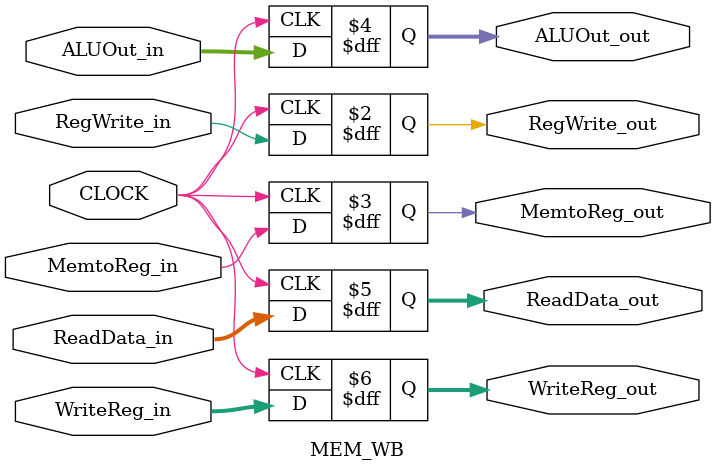
<source format=v>
module MEM_WB(
    input CLOCK,
    /* input from CONTROL_UNIT */
    input RegWrite_in,
    input MemtoReg_in,
    /* others (3) */
    input [31:0] ALUOut_in,
    input [31:0] ReadData_in,
    input [4:0] WriteReg_in,

    /* control unit output (2) */
    output reg RegWrite_out,
    output reg MemtoReg_out,
    /* others (3) */
    output reg [31:0] ALUOut_out,
    output reg [31:0] ReadData_out,
    output reg [4:0] WriteReg_out
);
    always @(posedge CLOCK) begin
        /* input from CONTROL_UNIT */
        RegWrite_out <= RegWrite_in;
        MemtoReg_out <= MemtoReg_in;
        /* others (3) */
        ALUOut_out <= ALUOut_in;
        ReadData_out <= ReadData_in;
        WriteReg_out <= WriteReg_in;
    end
endmodule

</source>
